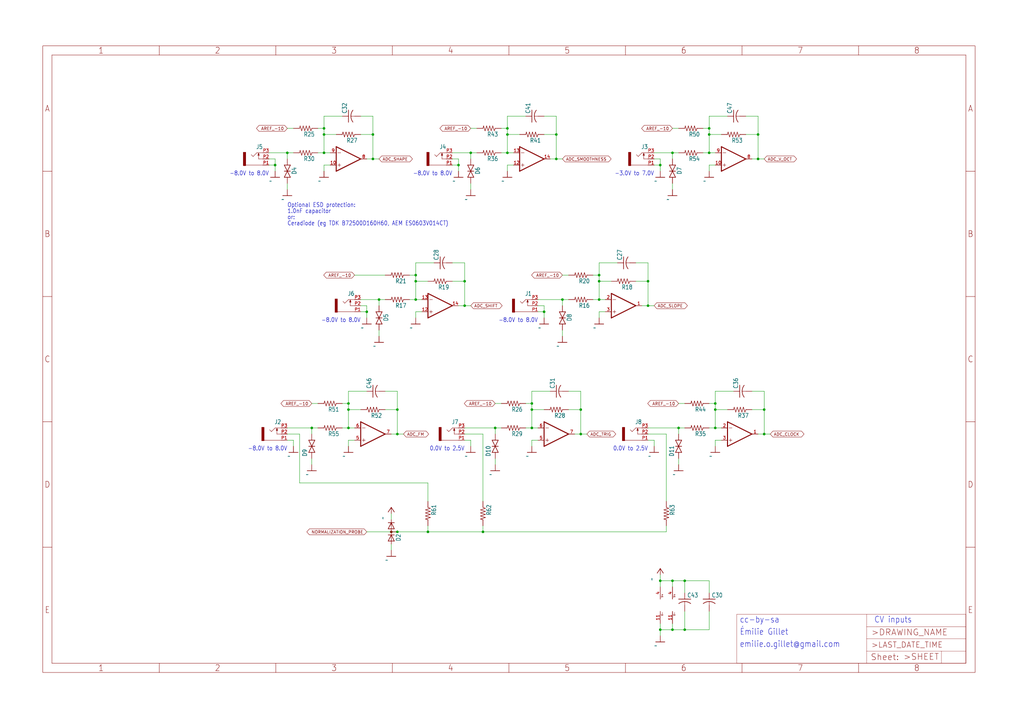
<source format=kicad_sch>
(kicad_sch (version 20211123) (generator eeschema)
  (paper "User" 425.45 299.161)
  (lib_symbols
    (symbol "tides2_v40-eagle-import:+3V3_A" (power)
      (property "Value" "+3V3_A" (at -2.54 -5.08 90))
      (symbol "+3V3_A_1_0"
        (polyline (pts (xy 0 0) (xy -1.27 -1.905)) (stroke (width 0.254)))
        (polyline (pts (xy 1.27 -1.905) (xy 0 0)) (stroke (width 0.254)))
        (pin power_in line (at 0 -2.54 90) (length 2.54) (name "+3V3_A") (number "1"))
      )
    )
    (symbol "tides2_v40-eagle-import:A3L-LOC"
      (symbol "A3L-LOC_0_0"
        (polyline (pts (xy 0 52.07) (xy 3.81 52.07)))
        (polyline (pts (xy 0 104.14) (xy 3.81 104.14)))
        (polyline (pts (xy 0 156.21) (xy 3.81 156.21)))
        (polyline (pts (xy 0 208.28) (xy 3.81 208.28)))
        (polyline (pts (xy 3.81 3.81) (xy 3.81 256.54)))
        (polyline (pts (xy 48.4188 0) (xy 48.4188 3.81)))
        (polyline (pts (xy 48.4188 256.54) (xy 48.4188 260.35)))
        (polyline (pts (xy 96.8375 0) (xy 96.8375 3.81)))
        (polyline (pts (xy 96.8375 256.54) (xy 96.8375 260.35)))
        (polyline (pts (xy 145.2563 0) (xy 145.2563 3.81)))
        (polyline (pts (xy 145.2563 256.54) (xy 145.2563 260.35)))
        (polyline (pts (xy 193.675 0) (xy 193.675 3.81)))
        (polyline (pts (xy 193.675 256.54) (xy 193.675 260.35)))
        (polyline (pts (xy 242.0938 0) (xy 242.0938 3.81)))
        (polyline (pts (xy 242.0938 256.54) (xy 242.0938 260.35)))
        (polyline (pts (xy 290.5125 0) (xy 290.5125 3.81)))
        (polyline (pts (xy 290.5125 256.54) (xy 290.5125 260.35)))
        (polyline (pts (xy 338.9313 0) (xy 338.9313 3.81)))
        (polyline (pts (xy 338.9313 256.54) (xy 338.9313 260.35)))
        (polyline (pts (xy 383.54 3.81) (xy 3.81 3.81)))
        (polyline (pts (xy 383.54 3.81) (xy 383.54 256.54)))
        (polyline (pts (xy 383.54 52.07) (xy 387.35 52.07)))
        (polyline (pts (xy 383.54 104.14) (xy 387.35 104.14)))
        (polyline (pts (xy 383.54 156.21) (xy 387.35 156.21)))
        (polyline (pts (xy 383.54 208.28) (xy 387.35 208.28)))
        (polyline (pts (xy 383.54 256.54) (xy 3.81 256.54)))
        (polyline (pts (xy 0 0) (xy 387.35 0) (xy 387.35 260.35) (xy 0 260.35) (xy 0 0)))
        (text "1" (at 24.2094 1.905 0) (effects (font (size 2.54 2.286))))
        (text "1" (at 24.2094 258.445 0) (effects (font (size 2.54 2.286))))
        (text "2" (at 72.6281 1.905 0) (effects (font (size 2.54 2.286))))
        (text "2" (at 72.6281 258.445 0) (effects (font (size 2.54 2.286))))
        (text "3" (at 121.0469 1.905 0) (effects (font (size 2.54 2.286))))
        (text "3" (at 121.0469 258.445 0) (effects (font (size 2.54 2.286))))
        (text "4" (at 169.4656 1.905 0) (effects (font (size 2.54 2.286))))
        (text "4" (at 169.4656 258.445 0) (effects (font (size 2.54 2.286))))
        (text "5" (at 217.8844 1.905 0) (effects (font (size 2.54 2.286))))
        (text "5" (at 217.8844 258.445 0) (effects (font (size 2.54 2.286))))
        (text "6" (at 266.3031 1.905 0) (effects (font (size 2.54 2.286))))
        (text "6" (at 266.3031 258.445 0) (effects (font (size 2.54 2.286))))
        (text "7" (at 314.7219 1.905 0) (effects (font (size 2.54 2.286))))
        (text "7" (at 314.7219 258.445 0) (effects (font (size 2.54 2.286))))
        (text "8" (at 363.1406 1.905 0) (effects (font (size 2.54 2.286))))
        (text "8" (at 363.1406 258.445 0) (effects (font (size 2.54 2.286))))
        (text "A" (at 1.905 234.315 0) (effects (font (size 2.54 2.286))))
        (text "A" (at 385.445 234.315 0) (effects (font (size 2.54 2.286))))
        (text "B" (at 1.905 182.245 0) (effects (font (size 2.54 2.286))))
        (text "B" (at 385.445 182.245 0) (effects (font (size 2.54 2.286))))
        (text "C" (at 1.905 130.175 0) (effects (font (size 2.54 2.286))))
        (text "C" (at 385.445 130.175 0) (effects (font (size 2.54 2.286))))
        (text "D" (at 1.905 78.105 0) (effects (font (size 2.54 2.286))))
        (text "D" (at 385.445 78.105 0) (effects (font (size 2.54 2.286))))
        (text "E" (at 1.905 26.035 0) (effects (font (size 2.54 2.286))))
        (text "E" (at 385.445 26.035 0) (effects (font (size 2.54 2.286))))
      )
      (symbol "A3L-LOC_1_0"
        (polyline (pts (xy 288.29 3.81) (xy 288.29 24.13)) (stroke (width 0.1016)))
        (polyline (pts (xy 288.29 3.81) (xy 342.265 3.81)) (stroke (width 0.1016)))
        (polyline (pts (xy 288.29 24.13) (xy 342.265 24.13)) (stroke (width 0.1016)))
        (polyline (pts (xy 342.265 3.81) (xy 373.38 3.81)) (stroke (width 0.1016)))
        (polyline (pts (xy 342.265 8.89) (xy 342.265 3.81)) (stroke (width 0.1016)))
        (polyline (pts (xy 342.265 8.89) (xy 342.265 13.97)) (stroke (width 0.1016)))
        (polyline (pts (xy 342.265 13.97) (xy 342.265 19.05)) (stroke (width 0.1016)))
        (polyline (pts (xy 342.265 13.97) (xy 383.54 13.97)) (stroke (width 0.1016)))
        (polyline (pts (xy 342.265 19.05) (xy 342.265 24.13)) (stroke (width 0.1016)))
        (polyline (pts (xy 342.265 19.05) (xy 383.54 19.05)) (stroke (width 0.1016)))
        (polyline (pts (xy 342.265 24.13) (xy 383.54 24.13)) (stroke (width 0.1016)))
        (polyline (pts (xy 373.38 3.81) (xy 373.38 8.89)) (stroke (width 0.1016)))
        (polyline (pts (xy 373.38 3.81) (xy 383.54 3.81)) (stroke (width 0.1016)))
        (polyline (pts (xy 373.38 8.89) (xy 342.265 8.89)) (stroke (width 0.1016)))
        (polyline (pts (xy 373.38 8.89) (xy 383.54 8.89)) (stroke (width 0.1016)))
        (polyline (pts (xy 383.54 3.81) (xy 383.54 8.89)) (stroke (width 0.1016)))
        (polyline (pts (xy 383.54 8.89) (xy 383.54 13.97)) (stroke (width 0.1016)))
        (polyline (pts (xy 383.54 13.97) (xy 383.54 19.05)) (stroke (width 0.1016)))
        (polyline (pts (xy 383.54 19.05) (xy 383.54 24.13)) (stroke (width 0.1016)))
        (text ">DRAWING_NAME" (at 344.17 15.24 0) (effects (font (size 2.54 2.54)) (justify left bottom)))
        (text ">LAST_DATE_TIME" (at 344.17 10.16 0) (effects (font (size 2.286 2.286)) (justify left bottom)))
        (text ">SHEET" (at 357.505 5.08 0) (effects (font (size 2.54 2.54)) (justify left bottom)))
        (text "Sheet:" (at 343.916 4.953 0) (effects (font (size 2.54 2.54)) (justify left bottom)))
      )
    )
    (symbol "tides2_v40-eagle-import:C-USC0402"
      (property "Reference" "C" (at 1.016 0.635 0))
      (property "Value" "C-USC0402" (at 1.016 -4.191 0))
      (symbol "C-USC0402_1_0"
        (arc (start 0 -1.0161) (mid -1.302 -1.2303) (end -2.4668 -1.8504) (stroke (width 0.254)))
        (polyline (pts (xy -2.54 0) (xy 2.54 0)) (stroke (width 0.254)))
        (polyline (pts (xy 0 -1.016) (xy 0 -2.54)) (stroke (width 0.1524)))
        (arc (start 2.4892 -1.8542) (mid 1.3158 -1.2195) (end 0 -1) (stroke (width 0.254)))
        (pin passive line (at 0 2.54 270) (length 2.54) (name "1") (number "1"))
        (pin passive line (at 0 -5.08 90) (length 2.54) (name "2") (number "2"))
      )
    )
    (symbol "tides2_v40-eagle-import:DIODE_2CACA-SOT23"
      (property "Reference" "D" (at 0.762 2.0066 0))
      (property "Value" "DIODE_2CACA-SOT23" (at -4.826 -3.4544 0))
      (symbol "DIODE_2CACA-SOT23_1_0"
        (polyline (pts (xy -3.81 -1.27) (xy -3.81 0)) (stroke (width 0.254)))
        (polyline (pts (xy -3.81 0) (xy -3.81 1.27)) (stroke (width 0.254)))
        (polyline (pts (xy -3.81 0) (xy -1.27 -1.27)) (stroke (width 0.254)))
        (polyline (pts (xy -3.81 0) (xy 1.27 0)) (stroke (width 0.1524)))
        (polyline (pts (xy -2.54 0) (xy -3.81 0)) (stroke (width 0.1524)))
        (polyline (pts (xy -1.27 -1.27) (xy -1.27 1.27)) (stroke (width 0.254)))
        (polyline (pts (xy -1.27 1.27) (xy -3.81 0)) (stroke (width 0.254)))
        (polyline (pts (xy 1.27 -1.27) (xy 1.27 0)) (stroke (width 0.254)))
        (polyline (pts (xy 1.27 0) (xy 1.27 1.27)) (stroke (width 0.254)))
        (polyline (pts (xy 1.27 0) (xy 3.81 -1.27)) (stroke (width 0.254)))
        (polyline (pts (xy 2.54 0) (xy 1.27 0)) (stroke (width 0.1524)))
        (polyline (pts (xy 3.81 -1.27) (xy 3.81 1.27)) (stroke (width 0.254)))
        (polyline (pts (xy 3.81 1.27) (xy 1.27 0)) (stroke (width 0.254)))
        (circle (center 0 0) (radius 0.127) (stroke (width 0.4064)))
        (pin passive line (at 5.08 0 180) (length 2.54) (name "A") (number "1"))
        (pin passive line (at -5.08 0 0) (length 2.54) (name "C") (number "2"))
        (pin passive line (at 0 2.54 270) (length 2.54) (name "AC") (number "3"))
      )
    )
    (symbol "tides2_v40-eagle-import:GND" (power)
      (property "Value" "GND" (at -2.54 -2.54 0))
      (symbol "GND_1_0"
        (polyline (pts (xy -1.905 0) (xy 1.905 0)) (stroke (width 0.254)))
        (pin power_in line (at 0 2.54 270) (length 2.54) (name "GND") (number "1"))
      )
    )
    (symbol "tides2_v40-eagle-import:PJ301_THONKICONN6"
      (property "Reference" "J" (at -2.54 4.064 0))
      (symbol "PJ301_THONKICONN6_1_0"
        (polyline (pts (xy -2.54 -2.54) (xy 4.572 -2.54)) (stroke (width 0.1524)))
        (polyline (pts (xy -2.54 0) (xy -0.762 0)) (stroke (width 0.1524)))
        (polyline (pts (xy -2.54 2.54) (xy 0 2.54)) (stroke (width 0.1524)))
        (polyline (pts (xy -1.016 1.524) (xy -0.508 1.524)) (stroke (width 0.254)))
        (polyline (pts (xy -0.762 0) (xy -0.762 2.286)) (stroke (width 0.1524)))
        (polyline (pts (xy -0.762 2.286) (xy -1.016 1.524)) (stroke (width 0.254)))
        (polyline (pts (xy -0.508 1.524) (xy -0.762 2.286)) (stroke (width 0.254)))
        (polyline (pts (xy 0 2.54) (xy 1.524 1.016)) (stroke (width 0.1524)))
        (polyline (pts (xy 1.524 1.016) (xy 2.286 1.778)) (stroke (width 0.1524)))
        (rectangle (start 4.572 2.794) (end 5.588 -2.794) (fill (type outline)))
        (pin passive line (at -5.08 -2.54 0) (length 2.54) (name "1") (number "P1"))
        (pin passive line (at -5.08 0 0) (length 2.54) (name "2") (number "P2"))
        (pin passive line (at -5.08 2.54 0) (length 2.54) (name "3") (number "P3"))
      )
    )
    (symbol "tides2_v40-eagle-import:R-US_R0402"
      (property "Reference" "R" (at -3.81 1.4986 0))
      (property "Value" "R-US_R0402" (at -3.81 -3.302 0))
      (symbol "R-US_R0402_1_0"
        (polyline (pts (xy -2.54 0) (xy -2.159 1.016)) (stroke (width 0.2032)))
        (polyline (pts (xy -2.159 1.016) (xy -1.524 -1.016)) (stroke (width 0.2032)))
        (polyline (pts (xy -1.524 -1.016) (xy -0.889 1.016)) (stroke (width 0.2032)))
        (polyline (pts (xy -0.889 1.016) (xy -0.254 -1.016)) (stroke (width 0.2032)))
        (polyline (pts (xy -0.254 -1.016) (xy 0.381 1.016)) (stroke (width 0.2032)))
        (polyline (pts (xy 0.381 1.016) (xy 1.016 -1.016)) (stroke (width 0.2032)))
        (polyline (pts (xy 1.016 -1.016) (xy 1.651 1.016)) (stroke (width 0.2032)))
        (polyline (pts (xy 1.651 1.016) (xy 2.286 -1.016)) (stroke (width 0.2032)))
        (polyline (pts (xy 2.286 -1.016) (xy 2.54 0)) (stroke (width 0.2032)))
        (pin passive line (at -5.08 0 0) (length 2.54) (name "1") (number "1"))
        (pin passive line (at 5.08 0 180) (length 2.54) (name "2") (number "2"))
      )
    )
    (symbol "tides2_v40-eagle-import:TL074PW"
      (symbol "TL074PW_1_0"
        (polyline (pts (xy -5.08 -5.08) (xy 5.08 0)) (stroke (width 0.4064)))
        (polyline (pts (xy -5.08 5.08) (xy -5.08 -5.08)) (stroke (width 0.4064)))
        (polyline (pts (xy -4.445 -2.54) (xy -3.175 -2.54)) (stroke (width 0.1524)))
        (polyline (pts (xy -4.445 2.54) (xy -3.175 2.54)) (stroke (width 0.1524)))
        (polyline (pts (xy -3.81 3.175) (xy -3.81 1.905)) (stroke (width 0.1524)))
        (polyline (pts (xy 5.08 0) (xy -5.08 5.08)) (stroke (width 0.4064)))
        (pin output line (at 7.62 0 180) (length 2.54) (name "OUT") (number "1"))
        (pin input line (at -7.62 -2.54 0) (length 2.54) (name "-IN") (number "2"))
        (pin input line (at -7.62 2.54 0) (length 2.54) (name "+IN") (number "3"))
      )
      (symbol "TL074PW_2_0"
        (polyline (pts (xy -5.08 -5.08) (xy 5.08 0)) (stroke (width 0.4064)))
        (polyline (pts (xy -5.08 5.08) (xy -5.08 -5.08)) (stroke (width 0.4064)))
        (polyline (pts (xy -4.445 -2.54) (xy -3.175 -2.54)) (stroke (width 0.1524)))
        (polyline (pts (xy -4.445 2.54) (xy -3.175 2.54)) (stroke (width 0.1524)))
        (polyline (pts (xy -3.81 3.175) (xy -3.81 1.905)) (stroke (width 0.1524)))
        (polyline (pts (xy 5.08 0) (xy -5.08 5.08)) (stroke (width 0.4064)))
        (pin input line (at -7.62 2.54 0) (length 2.54) (name "+IN") (number "5"))
        (pin input line (at -7.62 -2.54 0) (length 2.54) (name "-IN") (number "6"))
        (pin output line (at 7.62 0 180) (length 2.54) (name "OUT") (number "7"))
      )
      (symbol "TL074PW_3_0"
        (polyline (pts (xy -5.08 -5.08) (xy 5.08 0)) (stroke (width 0.4064)))
        (polyline (pts (xy -5.08 5.08) (xy -5.08 -5.08)) (stroke (width 0.4064)))
        (polyline (pts (xy -4.445 -2.54) (xy -3.175 -2.54)) (stroke (width 0.1524)))
        (polyline (pts (xy -4.445 2.54) (xy -3.175 2.54)) (stroke (width 0.1524)))
        (polyline (pts (xy -3.81 3.175) (xy -3.81 1.905)) (stroke (width 0.1524)))
        (polyline (pts (xy 5.08 0) (xy -5.08 5.08)) (stroke (width 0.4064)))
        (pin input line (at -7.62 2.54 0) (length 2.54) (name "+IN") (number "10"))
        (pin output line (at 7.62 0 180) (length 2.54) (name "OUT") (number "8"))
        (pin input line (at -7.62 -2.54 0) (length 2.54) (name "-IN") (number "9"))
      )
      (symbol "TL074PW_4_0"
        (polyline (pts (xy -5.08 -5.08) (xy 5.08 0)) (stroke (width 0.4064)))
        (polyline (pts (xy -5.08 5.08) (xy -5.08 -5.08)) (stroke (width 0.4064)))
        (polyline (pts (xy -4.445 -2.54) (xy -3.175 -2.54)) (stroke (width 0.1524)))
        (polyline (pts (xy -4.445 2.54) (xy -3.175 2.54)) (stroke (width 0.1524)))
        (polyline (pts (xy -3.81 3.175) (xy -3.81 1.905)) (stroke (width 0.1524)))
        (polyline (pts (xy 5.08 0) (xy -5.08 5.08)) (stroke (width 0.4064)))
        (pin input line (at -7.62 2.54 0) (length 2.54) (name "+IN") (number "12"))
        (pin input line (at -7.62 -2.54 0) (length 2.54) (name "-IN") (number "13"))
        (pin output line (at 7.62 0 180) (length 2.54) (name "OUT") (number "14"))
      )
      (symbol "TL074PW_5_0"
        (text "V+" (at 1.27 3.175 900) (effects (font (size 0.8128 0.6908)) (justify left bottom)))
        (text "V-" (at 1.27 -4.445 900) (effects (font (size 0.8128 0.6908)) (justify left bottom)))
        (pin power_in line (at 0 -7.62 90) (length 5.08) (name "V-") (number "11"))
        (pin power_in line (at 0 7.62 270) (length 5.08) (name "V+") (number "4"))
      )
    )
    (symbol "tides2_v40-eagle-import:TVS"
      (property "Reference" "D" (at -4.318 1.905 0))
      (property "Value" "TVS" (at -4.318 -3.429 0))
      (symbol "TVS_1_0"
        (polyline (pts (xy -2.54 -1.27) (xy 0 0)) (stroke (width 0.254)))
        (polyline (pts (xy -2.54 1.27) (xy -2.54 -1.27)) (stroke (width 0.254)))
        (polyline (pts (xy 0 0) (xy -2.54 1.27)) (stroke (width 0.254)))
        (polyline (pts (xy 0 0) (xy 2.54 -1.27)) (stroke (width 0.254)))
        (polyline (pts (xy 0 1.27) (xy 0 -1.27)) (stroke (width 0.254)))
        (polyline (pts (xy 2.54 -1.27) (xy 2.54 1.27)) (stroke (width 0.254)))
        (polyline (pts (xy 2.54 1.27) (xy 0 0)) (stroke (width 0.254)))
        (pin passive line (at -5.08 0 0) (length 2.54) (name "A") (number "1"))
        (pin passive line (at 5.08 0 180) (length 2.54) (name "C") (number "2"))
      )
    )
  )
  (junction (at 144.78 177.8))
  (junction (at 134.62 63.5))
  (junction (at 317.5 170.18))
  (junction (at 284.48 261.62))
  (junction (at 144.78 167.64))
  (junction (at 193.04 127))
  (junction (at 195.58 63.5))
  (junction (at 220.98 177.8))
  (junction (at 205.74 177.8))
  (junction (at 190.5 68.58))
  (junction (at 134.62 55.88))
  (junction (at 248.92 116.84))
  (junction (at 274.32 241.3))
  (junction (at 274.32 261.62))
  (junction (at 165.1 180.34))
  (junction (at 119.38 63.5))
  (junction (at 269.24 116.84))
  (junction (at 134.62 53.34))
  (junction (at 210.82 63.5))
  (junction (at 248.92 124.46))
  (junction (at 114.3 68.58))
  (junction (at 231.14 66.04))
  (junction (at 314.96 55.88))
  (junction (at 281.94 177.8))
  (junction (at 269.24 127))
  (junction (at 297.18 177.8))
  (junction (at 220.98 167.64))
  (junction (at 157.48 124.46))
  (junction (at 193.04 116.84))
  (junction (at 284.48 241.3))
  (junction (at 154.94 55.88))
  (junction (at 210.82 55.88))
  (junction (at 274.32 68.58))
  (junction (at 279.4 261.62))
  (junction (at 144.78 170.18))
  (junction (at 129.54 177.8))
  (junction (at 233.68 124.46))
  (junction (at 231.14 55.88))
  (junction (at 317.5 180.34))
  (junction (at 154.94 66.04))
  (junction (at 210.82 53.34))
  (junction (at 279.4 241.3))
  (junction (at 177.8 220.98))
  (junction (at 172.72 116.84))
  (junction (at 248.92 114.3))
  (junction (at 241.3 170.18))
  (junction (at 165.1 220.98))
  (junction (at 294.64 53.34))
  (junction (at 297.18 170.18))
  (junction (at 220.98 170.18))
  (junction (at 297.18 167.64))
  (junction (at 226.06 129.54))
  (junction (at 294.64 63.5))
  (junction (at 200.66 220.98))
  (junction (at 314.96 66.04))
  (junction (at 241.3 180.34))
  (junction (at 152.4 129.54))
  (junction (at 294.64 55.88))
  (junction (at 279.4 63.5))
  (junction (at 172.72 114.3))
  (junction (at 172.72 124.46))
  (junction (at 165.1 170.18))
  (wire (pts (xy 154.94 66.04) (xy 152.4 66.04)))
  (wire (pts (xy 190.5 68.58) (xy 190.5 71.12)))
  (wire (pts (xy 200.66 180.34) (xy 200.66 208.28)))
  (wire (pts (xy 165.1 162.56) (xy 165.1 170.18)))
  (wire (pts (xy 274.32 261.62) (xy 274.32 264.16)))
  (wire (pts (xy 274.32 241.3) (xy 274.32 238.76)))
  (wire (pts (xy 119.38 182.88) (xy 121.92 182.88)))
  (wire (pts (xy 276.86 220.98) (xy 276.86 218.44)))
  (wire (pts (xy 231.14 55.88) (xy 231.14 66.04)))
  (wire (pts (xy 210.82 53.34) (xy 210.82 55.88)))
  (wire (pts (xy 205.74 190.5) (xy 205.74 193.04)))
  (wire (pts (xy 160.02 162.56) (xy 165.1 162.56)))
  (wire (pts (xy 119.38 76.2) (xy 119.38 78.74)))
  (wire (pts (xy 279.4 241.3) (xy 284.48 241.3)))
  (wire (pts (xy 213.36 68.58) (xy 210.82 68.58)))
  (wire (pts (xy 248.92 124.46) (xy 251.46 124.46)))
  (wire (pts (xy 228.6 162.56) (xy 220.98 162.56)))
  (wire (pts (xy 111.76 63.5) (xy 119.38 63.5)))
  (wire (pts (xy 317.5 180.34) (xy 320.04 180.34)))
  (wire (pts (xy 157.48 124.46) (xy 157.48 127)))
  (wire (pts (xy 177.8 200.66) (xy 177.8 208.28)))
  (wire (pts (xy 200.66 220.98) (xy 177.8 220.98)))
  (wire (pts (xy 132.08 63.5) (xy 134.62 63.5)))
  (wire (pts (xy 241.3 170.18) (xy 241.3 180.34)))
  (wire (pts (xy 210.82 63.5) (xy 213.36 63.5)))
  (wire (pts (xy 134.62 48.26) (xy 134.62 53.34)))
  (wire (pts (xy 147.32 182.88) (xy 144.78 182.88)))
  (wire (pts (xy 149.86 48.26) (xy 154.94 48.26)))
  (wire (pts (xy 279.4 76.2) (xy 279.4 78.74)))
  (wire (pts (xy 294.64 63.5) (xy 297.18 63.5)))
  (wire (pts (xy 195.58 66.04) (xy 195.58 63.5)))
  (wire (pts (xy 208.28 63.5) (xy 210.82 63.5)))
  (wire (pts (xy 195.58 182.88) (xy 195.58 185.42)))
  (wire (pts (xy 231.14 48.26) (xy 231.14 55.88)))
  (wire (pts (xy 292.1 53.34) (xy 294.64 53.34)))
  (wire (pts (xy 200.66 220.98) (xy 276.86 220.98)))
  (wire (pts (xy 134.62 53.34) (xy 134.62 55.88)))
  (wire (pts (xy 193.04 127) (xy 190.5 127)))
  (wire (pts (xy 137.16 68.58) (xy 134.62 68.58)))
  (wire (pts (xy 144.78 177.8) (xy 147.32 177.8)))
  (wire (pts (xy 200.66 218.44) (xy 200.66 220.98)))
  (wire (pts (xy 223.52 129.54) (xy 226.06 129.54)))
  (wire (pts (xy 187.96 66.04) (xy 190.5 66.04)))
  (wire (pts (xy 220.98 162.56) (xy 220.98 167.64)))
  (wire (pts (xy 269.24 182.88) (xy 271.78 182.88)))
  (wire (pts (xy 297.18 177.8) (xy 299.72 177.8)))
  (wire (pts (xy 236.22 162.56) (xy 241.3 162.56)))
  (wire (pts (xy 157.48 137.16) (xy 157.48 139.7)))
  (wire (pts (xy 294.64 167.64) (xy 297.18 167.64)))
  (wire (pts (xy 233.68 124.46) (xy 233.68 127)))
  (wire (pts (xy 276.86 180.34) (xy 276.86 208.28)))
  (wire (pts (xy 297.18 167.64) (xy 297.18 170.18)))
  (wire (pts (xy 165.1 170.18) (xy 165.1 180.34)))
  (wire (pts (xy 210.82 55.88) (xy 210.82 63.5)))
  (wire (pts (xy 187.96 63.5) (xy 195.58 63.5)))
  (wire (pts (xy 218.44 177.8) (xy 220.98 177.8)))
  (wire (pts (xy 144.78 170.18) (xy 144.78 177.8)))
  (wire (pts (xy 269.24 177.8) (xy 281.94 177.8)))
  (wire (pts (xy 121.92 53.34) (xy 119.38 53.34)))
  (wire (pts (xy 170.18 114.3) (xy 172.72 114.3)))
  (wire (pts (xy 193.04 180.34) (xy 200.66 180.34)))
  (wire (pts (xy 314.96 66.04) (xy 312.42 66.04)))
  (wire (pts (xy 160.02 114.3) (xy 147.32 114.3)))
  (wire (pts (xy 274.32 259.08) (xy 274.32 261.62)))
  (wire (pts (xy 177.8 116.84) (xy 172.72 116.84)))
  (wire (pts (xy 175.26 129.54) (xy 172.72 129.54)))
  (wire (pts (xy 157.48 124.46) (xy 160.02 124.46)))
  (wire (pts (xy 299.72 55.88) (xy 294.64 55.88)))
  (wire (pts (xy 193.04 127) (xy 195.58 127)))
  (wire (pts (xy 226.06 129.54) (xy 226.06 132.08)))
  (wire (pts (xy 162.56 226.06) (xy 162.56 228.6)))
  (wire (pts (xy 256.54 109.22) (xy 248.92 109.22)))
  (wire (pts (xy 266.7 127) (xy 269.24 127)))
  (wire (pts (xy 129.54 177.8) (xy 132.08 177.8)))
  (wire (pts (xy 223.52 127) (xy 226.06 127)))
  (wire (pts (xy 269.24 180.34) (xy 276.86 180.34)))
  (wire (pts (xy 223.52 124.46) (xy 233.68 124.46)))
  (wire (pts (xy 129.54 180.34) (xy 129.54 177.8)))
  (wire (pts (xy 177.8 218.44) (xy 177.8 220.98)))
  (wire (pts (xy 233.68 137.16) (xy 233.68 139.7)))
  (wire (pts (xy 251.46 129.54) (xy 248.92 129.54)))
  (wire (pts (xy 193.04 116.84) (xy 193.04 127)))
  (wire (pts (xy 154.94 66.04) (xy 157.48 66.04)))
  (wire (pts (xy 193.04 109.22) (xy 193.04 116.84)))
  (wire (pts (xy 119.38 63.5) (xy 121.92 63.5)))
  (wire (pts (xy 269.24 116.84) (xy 269.24 127)))
  (wire (pts (xy 284.48 241.3) (xy 294.64 241.3)))
  (wire (pts (xy 223.52 182.88) (xy 220.98 182.88)))
  (wire (pts (xy 220.98 182.88) (xy 220.98 185.42)))
  (wire (pts (xy 274.32 68.58) (xy 274.32 71.12)))
  (wire (pts (xy 226.06 55.88) (xy 231.14 55.88)))
  (wire (pts (xy 233.68 124.46) (xy 236.22 124.46)))
  (wire (pts (xy 142.24 177.8) (xy 144.78 177.8)))
  (wire (pts (xy 119.38 180.34) (xy 124.46 180.34)))
  (wire (pts (xy 246.38 114.3) (xy 248.92 114.3)))
  (wire (pts (xy 297.18 68.58) (xy 294.64 68.58)))
  (wire (pts (xy 304.8 162.56) (xy 297.18 162.56)))
  (wire (pts (xy 241.3 162.56) (xy 241.3 170.18)))
  (wire (pts (xy 279.4 63.5) (xy 281.94 63.5)))
  (wire (pts (xy 152.4 162.56) (xy 144.78 162.56)))
  (wire (pts (xy 195.58 76.2) (xy 195.58 78.74)))
  (wire (pts (xy 119.38 66.04) (xy 119.38 63.5)))
  (wire (pts (xy 187.96 68.58) (xy 190.5 68.58)))
  (wire (pts (xy 226.06 127) (xy 226.06 129.54)))
  (wire (pts (xy 195.58 63.5) (xy 198.12 63.5)))
  (wire (pts (xy 226.06 48.26) (xy 231.14 48.26)))
  (wire (pts (xy 314.96 66.04) (xy 317.5 66.04)))
  (wire (pts (xy 269.24 109.22) (xy 269.24 116.84)))
  (wire (pts (xy 193.04 182.88) (xy 195.58 182.88)))
  (wire (pts (xy 165.1 220.98) (xy 177.8 220.98)))
  (wire (pts (xy 317.5 170.18) (xy 317.5 180.34)))
  (wire (pts (xy 274.32 261.62) (xy 279.4 261.62)))
  (wire (pts (xy 121.92 182.88) (xy 121.92 185.42)))
  (wire (pts (xy 220.98 177.8) (xy 223.52 177.8)))
  (wire (pts (xy 309.88 55.88) (xy 314.96 55.88)))
  (wire (pts (xy 172.72 114.3) (xy 172.72 116.84)))
  (wire (pts (xy 198.12 53.34) (xy 195.58 53.34)))
  (wire (pts (xy 218.44 167.64) (xy 220.98 167.64)))
  (wire (pts (xy 294.64 48.26) (xy 294.64 53.34)))
  (wire (pts (xy 279.4 66.04) (xy 279.4 63.5)))
  (wire (pts (xy 279.4 243.84) (xy 279.4 241.3)))
  (wire (pts (xy 279.4 261.62) (xy 284.48 261.62)))
  (wire (pts (xy 152.4 129.54) (xy 152.4 132.08)))
  (wire (pts (xy 292.1 63.5) (xy 294.64 63.5)))
  (wire (pts (xy 269.24 127) (xy 271.78 127)))
  (wire (pts (xy 264.16 109.22) (xy 269.24 109.22)))
  (wire (pts (xy 119.38 177.8) (xy 129.54 177.8)))
  (wire (pts (xy 241.3 180.34) (xy 243.84 180.34)))
  (wire (pts (xy 279.4 259.08) (xy 279.4 261.62)))
  (wire (pts (xy 294.64 261.62) (xy 294.64 254)))
  (wire (pts (xy 152.4 127) (xy 152.4 129.54)))
  (wire (pts (xy 154.94 55.88) (xy 154.94 66.04)))
  (wire (pts (xy 149.86 127) (xy 152.4 127)))
  (wire (pts (xy 165.1 220.98) (xy 152.4 220.98)))
  (wire (pts (xy 210.82 68.58) (xy 210.82 71.12)))
  (wire (pts (xy 111.76 66.04) (xy 114.3 66.04)))
  (wire (pts (xy 284.48 261.62) (xy 294.64 261.62)))
  (wire (pts (xy 111.76 68.58) (xy 114.3 68.58)))
  (wire (pts (xy 170.18 124.46) (xy 172.72 124.46)))
  (wire (pts (xy 284.48 261.62) (xy 284.48 254)))
  (wire (pts (xy 210.82 48.26) (xy 210.82 53.34)))
  (wire (pts (xy 142.24 167.64) (xy 144.78 167.64)))
  (wire (pts (xy 281.94 177.8) (xy 281.94 180.34)))
  (wire (pts (xy 297.18 170.18) (xy 297.18 177.8)))
  (wire (pts (xy 297.18 182.88) (xy 297.18 185.42)))
  (wire (pts (xy 314.96 55.88) (xy 314.96 66.04)))
  (wire (pts (xy 294.64 177.8) (xy 297.18 177.8)))
  (wire (pts (xy 132.08 53.34) (xy 134.62 53.34)))
  (wire (pts (xy 165.1 180.34) (xy 167.64 180.34)))
  (wire (pts (xy 114.3 66.04) (xy 114.3 68.58)))
  (wire (pts (xy 312.42 170.18) (xy 317.5 170.18)))
  (wire (pts (xy 294.64 53.34) (xy 294.64 55.88)))
  (wire (pts (xy 180.34 109.22) (xy 172.72 109.22)))
  (wire (pts (xy 236.22 170.18) (xy 241.3 170.18)))
  (wire (pts (xy 231.14 66.04) (xy 233.68 66.04)))
  (wire (pts (xy 172.72 129.54) (xy 172.72 132.08)))
  (wire (pts (xy 149.86 170.18) (xy 144.78 170.18)))
  (wire (pts (xy 274.32 241.3) (xy 279.4 241.3)))
  (wire (pts (xy 294.64 55.88) (xy 294.64 63.5)))
  (wire (pts (xy 160.02 170.18) (xy 165.1 170.18)))
  (wire (pts (xy 139.7 55.88) (xy 134.62 55.88)))
  (wire (pts (xy 129.54 190.5) (xy 129.54 193.04)))
  (wire (pts (xy 172.72 124.46) (xy 175.26 124.46)))
  (wire (pts (xy 162.56 215.9) (xy 162.56 213.36)))
  (wire (pts (xy 248.92 114.3) (xy 248.92 116.84)))
  (wire (pts (xy 312.42 162.56) (xy 317.5 162.56)))
  (wire (pts (xy 294.64 241.3) (xy 294.64 246.38)))
  (wire (pts (xy 172.72 109.22) (xy 172.72 114.3)))
  (wire (pts (xy 172.72 116.84) (xy 172.72 124.46)))
  (wire (pts (xy 231.14 66.04) (xy 228.6 66.04)))
  (wire (pts (xy 299.72 182.88) (xy 297.18 182.88)))
  (wire (pts (xy 149.86 129.54) (xy 152.4 129.54)))
  (wire (pts (xy 208.28 53.34) (xy 210.82 53.34)))
  (wire (pts (xy 314.96 48.26) (xy 314.96 55.88)))
  (wire (pts (xy 149.86 124.46) (xy 157.48 124.46)))
  (wire (pts (xy 284.48 167.64) (xy 281.94 167.64)))
  (wire (pts (xy 218.44 48.26) (xy 210.82 48.26)))
  (wire (pts (xy 271.78 66.04) (xy 274.32 66.04)))
  (wire (pts (xy 142.24 48.26) (xy 134.62 48.26)))
  (wire (pts (xy 294.64 68.58) (xy 294.64 71.12)))
  (wire (pts (xy 144.78 167.64) (xy 144.78 170.18)))
  (wire (pts (xy 248.92 129.54) (xy 248.92 132.08)))
  (wire (pts (xy 226.06 170.18) (xy 220.98 170.18)))
  (wire (pts (xy 284.48 177.8) (xy 281.94 177.8)))
  (wire (pts (xy 281.94 53.34) (xy 279.4 53.34)))
  (wire (pts (xy 274.32 66.04) (xy 274.32 68.58)))
  (wire (pts (xy 220.98 170.18) (xy 220.98 177.8)))
  (wire (pts (xy 144.78 162.56) (xy 144.78 167.64)))
  (wire (pts (xy 193.04 177.8) (xy 205.74 177.8)))
  (wire (pts (xy 134.62 68.58) (xy 134.62 71.12)))
  (wire (pts (xy 271.78 68.58) (xy 274.32 68.58)))
  (wire (pts (xy 190.5 66.04) (xy 190.5 68.58)))
  (wire (pts (xy 274.32 243.84) (xy 274.32 241.3)))
  (wire (pts (xy 149.86 55.88) (xy 154.94 55.88)))
  (wire (pts (xy 297.18 162.56) (xy 297.18 167.64)))
  (wire (pts (xy 271.78 182.88) (xy 271.78 185.42)))
  (wire (pts (xy 302.26 48.26) (xy 294.64 48.26)))
  (wire (pts (xy 271.78 63.5) (xy 279.4 63.5)))
  (wire (pts (xy 144.78 182.88) (xy 144.78 185.42)))
  (wire (pts (xy 205.74 180.34) (xy 205.74 177.8)))
  (wire (pts (xy 208.28 167.64) (xy 205.74 167.64)))
  (wire (pts (xy 309.88 48.26) (xy 314.96 48.26)))
  (wire (pts (xy 317.5 180.34) (xy 314.96 180.34)))
  (wire (pts (xy 281.94 190.5) (xy 281.94 193.04)))
  (wire (pts (xy 248.92 116.84) (xy 248.92 124.46)))
  (wire (pts (xy 284.48 241.3) (xy 284.48 246.38)))
  (wire (pts (xy 302.26 170.18) (xy 297.18 170.18)))
  (wire (pts (xy 264.16 116.84) (xy 269.24 116.84)))
  (wire (pts (xy 241.3 180.34) (xy 238.76 180.34)))
  (wire (pts (xy 246.38 124.46) (xy 248.92 124.46)))
  (wire (pts (xy 187.96 116.84) (xy 193.04 116.84)))
  (wire (pts (xy 154.94 48.26) (xy 154.94 55.88)))
  (wire (pts (xy 205.74 177.8) (xy 208.28 177.8)))
  (wire (pts (xy 134.62 55.88) (xy 134.62 63.5)))
  (wire (pts (xy 124.46 200.66) (xy 124.46 180.34)))
  (wire (pts (xy 134.62 63.5) (xy 137.16 63.5)))
  (wire (pts (xy 114.3 68.58) (xy 114.3 71.12)))
  (wire (pts (xy 220.98 167.64) (xy 220.98 170.18)))
  (wire (pts (xy 132.08 167.64) (xy 129.54 167.64)))
  (wire (pts (xy 124.46 200.66) (xy 177.8 200.66)))
  (wire (pts (xy 165.1 180.34) (xy 162.56 180.34)))
  (wire (pts (xy 236.22 114.3) (xy 233.68 114.3)))
  (wire (pts (xy 317.5 162.56) (xy 317.5 170.18)))
  (wire (pts (xy 248.92 109.22) (xy 248.92 114.3)))
  (wire (pts (xy 254 116.84) (xy 248.92 116.84)))
  (wire (pts (xy 215.9 55.88) (xy 210.82 55.88)))
  (wire (pts (xy 187.96 109.22) (xy 193.04 109.22)))
  (text "-8.0V to 8.0V" (at 119.38 185.42 180) (effects (font (size 1.778 1.5113)) (justify right top)))
  (text "0.0V to 2.5V" (at 193.04 185.42 180) (effects (font (size 1.778 1.5113)) (justify right top)))
  (text "-8.0V to 8.0V" (at 187.96 71.12 180) (effects (font (size 1.778 1.5113)) (justify right top)))
  (text "CV inputs" (at 363.22 259.08 180) (effects (font (size 2.54 2.159)) (justify left bottom)))
  (text "-8.0V to 8.0V" (at 149.86 132.08 180) (effects (font (size 1.778 1.5113)) (justify right top)))
  (text "cc-by-sa" (at 307.34 259.08 180) (effects (font (size 2.54 2.159)) (justify left bottom)))
  (text "-8.0V to 8.0V" (at 111.76 71.12 180) (effects (font (size 1.778 1.5113)) (justify right top)))
  (text "Optional ESD protection:" (at 119.38 86.36 180) (effects (font (size 1.778 1.5113)) (justify left bottom)))
  (text "1.0nF capacitor" (at 119.38 88.9 180) (effects (font (size 1.778 1.5113)) (justify left bottom)))
  (text "Ceradiode (eg TDK B72500D160H60, AEM ES0603V014CT)" (at 119.38 93.98 0) (effects (font (size 1.778 1.5113)) (justify left bottom)))
  (text "-8.0V to 8.0V" (at 223.52 132.08 180) (effects (font (size 1.778 1.5113)) (justify right top)))
  (text "Émilie Gillet" (at 307.34 264.16 180) (effects (font (size 2.54 2.159)) (justify left bottom)))
  (text "-3.0V to 7.0V" (at 271.78 71.12 180) (effects (font (size 1.778 1.5113)) (justify right top)))
  (text "or:" (at 119.38 91.44 180) (effects (font (size 1.778 1.5113)) (justify left bottom)))
  (text "emilie.o.gillet@gmail.com" (at 307.34 269.24 180) (effects (font (size 2.54 2.159)) (justify left bottom)))
  (text "0.0V to 2.5V" (at 269.24 185.42 180) (effects (font (size 1.778 1.5113)) (justify right top)))
  (global_label "ADC_SHIFT" (shape bidirectional) (at 195.58 127 0) (effects (font (size 1.2446 1.2446))) (property "Intersheet References" "${INTERSHEET_REFS}" (effects hide)))
  (global_label "AREF_-10" (shape bidirectional) (at 195.58 53.34 180) (effects (font (size 1.2446 1.2446))) (property "Intersheet References" "${INTERSHEET_REFS}" (effects hide)))
  (global_label "AREF_-10" (shape bidirectional) (at 129.54 167.64 180) (effects (font (size 1.2446 1.2446))) (property "Intersheet References" "${INTERSHEET_REFS}" (effects hide)))
  (global_label "ADC_SMOOTHNESS" (shape bidirectional) (at 233.68 66.04 0) (effects (font (size 1.2446 1.2446))) (property "Intersheet References" "${INTERSHEET_REFS}" (effects hide)))
  (global_label "AREF_-10" (shape bidirectional) (at 233.68 114.3 180) (effects (font (size 1.2446 1.2446))) (property "Intersheet References" "${INTERSHEET_REFS}" (effects hide)))
  (global_label "AREF_-10" (shape bidirectional) (at 119.38 53.34 180) (effects (font (size 1.2446 1.2446))) (property "Intersheet References" "${INTERSHEET_REFS}" (effects hide)))
  (global_label "AREF_-10" (shape bidirectional) (at 205.74 167.64 180) (effects (font (size 1.2446 1.2446))) (property "Intersheet References" "${INTERSHEET_REFS}" (effects hide)))
  (global_label "AREF_-10" (shape bidirectional) (at 279.4 53.34 180) (effects (font (size 1.2446 1.2446))) (property "Intersheet References" "${INTERSHEET_REFS}" (effects hide)))
  (global_label "ADC_FM" (shape bidirectional) (at 167.64 180.34 0) (effects (font (size 1.2446 1.2446))) (property "Intersheet References" "${INTERSHEET_REFS}" (effects hide)))
  (global_label "AREF_-10" (shape bidirectional) (at 281.94 167.64 180) (effects (font (size 1.2446 1.2446))) (property "Intersheet References" "${INTERSHEET_REFS}" (effects hide)))
  (global_label "ADC_CLOCK" (shape bidirectional) (at 320.04 180.34 0) (effects (font (size 1.2446 1.2446))) (property "Intersheet References" "${INTERSHEET_REFS}" (effects hide)))
  (global_label "ADC_SHAPE" (shape bidirectional) (at 157.48 66.04 0) (effects (font (size 1.2446 1.2446))) (property "Intersheet References" "${INTERSHEET_REFS}" (effects hide)))
  (global_label "ADC_SLOPE" (shape bidirectional) (at 271.78 127 0) (effects (font (size 1.2446 1.2446))) (property "Intersheet References" "${INTERSHEET_REFS}" (effects hide)))
  (global_label "ADC_TRIG" (shape bidirectional) (at 243.84 180.34 0) (effects (font (size 1.2446 1.2446))) (property "Intersheet References" "${INTERSHEET_REFS}" (effects hide)))
  (global_label "NORMALIZATION_PROBE" (shape bidirectional) (at 152.4 220.98 180) (effects (font (size 1.2446 1.2446))) (property "Intersheet References" "${INTERSHEET_REFS}" (effects hide)))
  (global_label "AREF_-10" (shape bidirectional) (at 147.32 114.3 180) (effects (font (size 1.2446 1.2446))) (property "Intersheet References" "${INTERSHEET_REFS}" (effects hide)))
  (global_label "ADC_V_OCT" (shape bidirectional) (at 317.5 66.04 0) (effects (font (size 1.2446 1.2446))) (property "Intersheet References" "${INTERSHEET_REFS}" (effects hide)))
  (symbol (lib_id "tides2_v40-eagle-import:R-US_R0402") (at 127 53.34 180) (unit 1)
    (property "Reference" "R25" (at 130.81 54.8386 0) (effects (font (size 1.778 1.5113)) (justify left bottom)))
  )
  (symbol (lib_id "tides2_v40-eagle-import:TL074PW") (at 231.14 180.34 0) (mirror x) (unit 2)
    (property "Reference" "IC6" (effects hide))
  )
  (symbol (lib_id "tides2_v40-eagle-import:R-US_R0402") (at 213.36 177.8 180) (unit 1)
    (property "Reference" "R29" (at 217.17 179.2986 0) (effects (font (size 1.778 1.5113)) (justify left bottom)))
  )
  (symbol (lib_id "tides2_v40-eagle-import:R-US_R0402") (at 137.16 167.64 180) (unit 1)
    (property "Reference" "R51" (at 140.97 169.1386 0) (effects (font (size 1.778 1.5113)) (justify left bottom)))
  )
  (symbol (lib_id "tides2_v40-eagle-import:R-US_R0402") (at 276.86 213.36 270) (unit 1)
    (property "Reference" "R63" (at 278.3586 209.55 0) (effects (font (size 1.778 1.5113)) (justify left bottom)))
  )
  (symbol (lib_id "tides2_v40-eagle-import:TVS") (at 119.38 71.12 90) (unit 1)
    (property "Reference" "D4" (at 121.285 69.342 0) (effects (font (size 1.778 1.5113)) (justify right top)))
  )
  (symbol (lib_id "tides2_v40-eagle-import:C-USC0402") (at 304.8 48.26 90) (unit 1)
    (property "Reference" "C47" (at 304.165 47.244 0) (effects (font (size 1.778 1.5113)) (justify left bottom)))
  )
  (symbol (lib_id "tides2_v40-eagle-import:GND") (at 220.98 187.96 0) (unit 1)
    (property "Reference" "#GND33" (effects hide))
  )
  (symbol (lib_id "tides2_v40-eagle-import:R-US_R0402") (at 182.88 116.84 180) (unit 1)
    (property "Reference" "R19" (at 186.69 118.3386 0) (effects (font (size 1.778 1.5113)) (justify left bottom)))
  )
  (symbol (lib_id "tides2_v40-eagle-import:+3V3_A") (at 274.32 236.22 0) (unit 1)
    (property "Reference" "#+3V18" (effects hide))
  )
  (symbol (lib_id "tides2_v40-eagle-import:R-US_R0402") (at 259.08 116.84 180) (unit 1)
    (property "Reference" "R18" (at 262.89 118.3386 0) (effects (font (size 1.778 1.5113)) (justify left bottom)))
  )
  (symbol (lib_id "tides2_v40-eagle-import:C-USC0402") (at 144.78 48.26 90) (unit 1)
    (property "Reference" "C32" (at 144.145 47.244 0) (effects (font (size 1.778 1.5113)) (justify left bottom)))
  )
  (symbol (lib_id "tides2_v40-eagle-import:DIODE_2CACA-SOT23") (at 162.56 220.98 270) (unit 1)
    (property "Reference" "D2" (at 164.5666 221.742 0) (effects (font (size 1.778 1.5113)) (justify left bottom)))
  )
  (symbol (lib_id "tides2_v40-eagle-import:PJ301_THONKICONN6") (at 187.96 180.34 0) (mirror y) (unit 1)
    (property "Reference" "J7" (at 190.5 176.276 0) (effects (font (size 1.778 1.5113)) (justify left bottom)))
  )
  (symbol (lib_id "tides2_v40-eagle-import:R-US_R0402") (at 220.98 55.88 180) (unit 1)
    (property "Reference" "R41" (at 224.79 57.3786 0) (effects (font (size 1.778 1.5113)) (justify left bottom)))
  )
  (symbol (lib_id "tides2_v40-eagle-import:GND") (at 144.78 187.96 0) (unit 1)
    (property "Reference" "#GND31" (effects hide))
  )
  (symbol (lib_id "tides2_v40-eagle-import:PJ301_THONKICONN6") (at 264.16 180.34 0) (mirror y) (unit 1)
    (property "Reference" "J8" (at 266.7 176.276 0) (effects (font (size 1.778 1.5113)) (justify left bottom)))
  )
  (symbol (lib_id "tides2_v40-eagle-import:GND") (at 248.92 134.62 0) (unit 1)
    (property "Reference" "#GND14" (effects hide))
  )
  (symbol (lib_id "tides2_v40-eagle-import:+3V3_A") (at 162.56 210.82 0) (unit 1)
    (property "Reference" "#+3V21" (effects hide))
  )
  (symbol (lib_id "tides2_v40-eagle-import:PJ301_THONKICONN6") (at 144.78 127 0) (mirror y) (unit 1)
    (property "Reference" "J6" (at 147.32 122.936 0) (effects (font (size 1.778 1.5113)) (justify left bottom)))
  )
  (symbol (lib_id "tides2_v40-eagle-import:GND") (at 162.56 231.14 0) (unit 1)
    (property "Reference" "#GND83" (effects hide))
  )
  (symbol (lib_id "tides2_v40-eagle-import:R-US_R0402") (at 213.36 167.64 180) (unit 1)
    (property "Reference" "R26" (at 217.17 169.1386 0) (effects (font (size 1.778 1.5113)) (justify left bottom)))
  )
  (symbol (lib_id "tides2_v40-eagle-import:GND") (at 271.78 187.96 0) (unit 1)
    (property "Reference" "#GND51" (effects hide))
  )
  (symbol (lib_id "tides2_v40-eagle-import:TL074PW") (at 144.78 66.04 0) (mirror x) (unit 3)
    (property "Reference" "IC6" (effects hide))
  )
  (symbol (lib_id "tides2_v40-eagle-import:GND") (at 129.54 195.58 0) (unit 1)
    (property "Reference" "#GND75" (effects hide))
  )
  (symbol (lib_id "tides2_v40-eagle-import:R-US_R0402") (at 287.02 53.34 180) (unit 1)
    (property "Reference" "R50" (at 290.83 54.8386 0) (effects (font (size 1.778 1.5113)) (justify left bottom)))
  )
  (symbol (lib_id "tides2_v40-eagle-import:C-USC0402") (at 259.08 109.22 90) (unit 1)
    (property "Reference" "C27" (at 258.445 108.204 0) (effects (font (size 1.778 1.5113)) (justify left bottom)))
  )
  (symbol (lib_id "tides2_v40-eagle-import:TVS") (at 129.54 185.42 90) (unit 1)
    (property "Reference" "D9" (at 127.635 189.738 0) (effects (font (size 1.778 1.5113)) (justify left bottom)))
  )
  (symbol (lib_id "tides2_v40-eagle-import:R-US_R0402") (at 127 63.5 180) (unit 1)
    (property "Reference" "R30" (at 130.81 64.9986 0) (effects (font (size 1.778 1.5113)) (justify left bottom)))
  )
  (symbol (lib_id "tides2_v40-eagle-import:R-US_R0402") (at 241.3 114.3 180) (unit 1)
    (property "Reference" "R20" (at 245.11 115.7986 0) (effects (font (size 1.778 1.5113)) (justify left bottom)))
  )
  (symbol (lib_id "tides2_v40-eagle-import:C-USC0402") (at 307.34 162.56 90) (unit 1)
    (property "Reference" "C36" (at 306.705 161.544 0) (effects (font (size 1.778 1.5113)) (justify left bottom)))
  )
  (symbol (lib_id "tides2_v40-eagle-import:R-US_R0402") (at 200.66 213.36 270) (unit 1)
    (property "Reference" "R62" (at 202.1586 209.55 0) (effects (font (size 1.778 1.5113)) (justify left bottom)))
  )
  (symbol (lib_id "tides2_v40-eagle-import:R-US_R0402") (at 137.16 177.8 180) (unit 1)
    (property "Reference" "R55" (at 140.97 179.2986 0) (effects (font (size 1.778 1.5113)) (justify left bottom)))
  )
  (symbol (lib_id "tides2_v40-eagle-import:GND") (at 210.82 73.66 0) (unit 1)
    (property "Reference" "#GND40" (effects hide))
  )
  (symbol (lib_id "tides2_v40-eagle-import:GND") (at 157.48 142.24 0) (unit 1)
    (property "Reference" "#GND78" (effects hide))
  )
  (symbol (lib_id "tides2_v40-eagle-import:R-US_R0402") (at 144.78 55.88 180) (unit 1)
    (property "Reference" "R27" (at 148.59 57.3786 0) (effects (font (size 1.778 1.5113)) (justify left bottom)))
  )
  (symbol (lib_id "tides2_v40-eagle-import:GND") (at 114.3 73.66 0) (unit 1)
    (property "Reference" "#GND38" (effects hide))
  )
  (symbol (lib_id "tides2_v40-eagle-import:C-USC0402") (at 294.64 248.92 0) (unit 1)
    (property "Reference" "C30" (at 295.656 248.285 0) (effects (font (size 1.778 1.5113)) (justify left bottom)))
  )
  (symbol (lib_id "tides2_v40-eagle-import:C-USC0402") (at 284.48 248.92 0) (unit 1)
    (property "Reference" "C43" (at 285.496 248.285 0) (effects (font (size 1.778 1.5113)) (justify left bottom)))
  )
  (symbol (lib_id "tides2_v40-eagle-import:GND") (at 152.4 134.62 0) (unit 1)
    (property "Reference" "#GND28" (effects hide))
  )
  (symbol (lib_id "tides2_v40-eagle-import:GND") (at 294.64 73.66 0) (unit 1)
    (property "Reference" "#GND29" (effects hide))
  )
  (symbol (lib_id "tides2_v40-eagle-import:PJ301_THONKICONN6") (at 182.88 66.04 0) (mirror y) (unit 1)
    (property "Reference" "J4" (at 185.42 61.976 0) (effects (font (size 1.778 1.5113)) (justify left bottom)))
  )
  (symbol (lib_id "tides2_v40-eagle-import:R-US_R0402") (at 304.8 55.88 180) (unit 1)
    (property "Reference" "R53" (at 308.61 57.3786 0) (effects (font (size 1.778 1.5113)) (justify left bottom)))
  )
  (symbol (lib_id "tides2_v40-eagle-import:TL074PW") (at 182.88 127 0) (mirror x) (unit 4)
    (property "Reference" "IC6" (effects hide))
  )
  (symbol (lib_id "tides2_v40-eagle-import:GND") (at 274.32 266.7 0) (unit 1)
    (property "Reference" "#GND84" (effects hide))
  )
  (symbol (lib_id "tides2_v40-eagle-import:R-US_R0402") (at 154.94 170.18 180) (unit 1)
    (property "Reference" "R52" (at 158.75 171.6786 0) (effects (font (size 1.778 1.5113)) (justify left bottom)))
  )
  (symbol (lib_id "tides2_v40-eagle-import:TL074PW") (at 259.08 127 0) (mirror x) (unit 1)
    (property "Reference" "IC6" (effects hide))
  )
  (symbol (lib_id "tides2_v40-eagle-import:GND") (at 195.58 187.96 0) (unit 1)
    (property "Reference" "#GND15" (effects hide))
  )
  (symbol (lib_id "tides2_v40-eagle-import:TL074PW") (at 274.32 251.46 0) (unit 5)
    (property "Reference" "IC6" (effects hide))
  )
  (symbol (lib_id "tides2_v40-eagle-import:TVS") (at 281.94 185.42 90) (unit 1)
    (property "Reference" "D11" (at 280.035 189.738 0) (effects (font (size 1.778 1.5113)) (justify left bottom)))
  )
  (symbol (lib_id "tides2_v40-eagle-import:R-US_R0402") (at 165.1 124.46 180) (unit 1)
    (property "Reference" "R17" (at 168.91 125.9586 0) (effects (font (size 1.778 1.5113)) (justify left bottom)))
  )
  (symbol (lib_id "tides2_v40-eagle-import:A3L-LOC") (at 17.78 279.4 0) (unit 1)
    (property "Reference" "#FRAME5" (effects hide))
  )
  (symbol (lib_id "tides2_v40-eagle-import:R-US_R0402") (at 203.2 53.34 180) (unit 1)
    (property "Reference" "R43" (at 207.01 54.8386 0) (effects (font (size 1.778 1.5113)) (justify left bottom)))
  )
  (symbol (lib_id "tides2_v40-eagle-import:TVS") (at 279.4 71.12 90) (unit 1)
    (property "Reference" "D7" (at 281.305 69.342 0) (effects (font (size 1.778 1.5113)) (justify right top)))
  )
  (symbol (lib_id "tides2_v40-eagle-import:R-US_R0402") (at 289.56 167.64 180) (unit 1)
    (property "Reference" "R44" (at 293.37 169.1386 0) (effects (font (size 1.778 1.5113)) (justify left bottom)))
  )
  (symbol (lib_id "tides2_v40-eagle-import:R-US_R0402") (at 287.02 63.5 180) (unit 1)
    (property "Reference" "R54" (at 290.83 64.9986 0) (effects (font (size 1.778 1.5113)) (justify left bottom)))
  )
  (symbol (lib_id "tides2_v40-eagle-import:R-US_R0402") (at 165.1 114.3 180) (unit 1)
    (property "Reference" "R21" (at 168.91 115.7986 0) (effects (font (size 1.778 1.5113)) (justify left bottom)))
  )
  (symbol (lib_id "tides2_v40-eagle-import:GND") (at 190.5 73.66 0) (unit 1)
    (property "Reference" "#GND30" (effects hide))
  )
  (symbol (lib_id "tides2_v40-eagle-import:R-US_R0402") (at 307.34 170.18 180) (unit 1)
    (property "Reference" "R37" (at 311.15 171.6786 0) (effects (font (size 1.778 1.5113)) (justify left bottom)))
  )
  (symbol (lib_id "tides2_v40-eagle-import:GND") (at 279.4 81.28 0) (unit 1)
    (property "Reference" "#GND74" (effects hide))
  )
  (symbol (lib_id "tides2_v40-eagle-import:R-US_R0402") (at 177.8 213.36 270) (unit 1)
    (property "Reference" "R61" (at 179.2986 209.55 0) (effects (font (size 1.778 1.5113)) (justify left bottom)))
  )
  (symbol (lib_id "tides2_v40-eagle-import:C-USC0402") (at 154.94 162.56 90) (unit 1)
    (property "Reference" "C46" (at 154.305 161.544 0) (effects (font (size 1.778 1.5113)) (justify left bottom)))
  )
  (symbol (lib_id "tides2_v40-eagle-import:C-USC0402") (at 231.14 162.56 90) (unit 1)
    (property "Reference" "C31" (at 230.505 161.544 0) (effects (font (size 1.778 1.5113)) (justify left bottom)))
  )
  (symbol (lib_id "tides2_v40-eagle-import:C-USC0402") (at 182.88 109.22 90) (unit 1)
    (property "Reference" "C28" (at 182.245 108.204 0) (effects (font (size 1.778 1.5113)) (justify left bottom)))
  )
  (symbol (lib_id "tides2_v40-eagle-import:TL074PW") (at 220.98 66.04 0) (mirror x) (unit 4)
    (property "Reference" "IC7" (effects hide))
  )
  (symbol (lib_id "tides2_v40-eagle-import:GND") (at 119.38 81.28 0) (unit 1)
    (property "Reference" "#GND17" (effects hide))
  )
  (symbol (lib_id "tides2_v40-eagle-import:TL074PW") (at 154.94 180.34 0) (mirror x) (unit 2)
    (property "Reference" "IC7" (effects hide))
  )
  (symbol (lib_id "tides2_v40-eagle-import:R-US_R0402") (at 241.3 124.46 180) (unit 1)
    (property "Reference" "R16" (at 245.11 125.9586 0) (effects (font (size 1.778 1.5113)) (justify left bottom)))
  )
  (symbol (lib_id "tides2_v40-eagle-import:TVS") (at 205.74 185.42 90) (unit 1)
    (property "Reference" "D10" (at 203.835 189.738 0) (effects (font (size 1.778 1.5113)) (justify left bottom)))
  )
  (symbol (lib_id "tides2_v40-eagle-import:GND") (at 195.58 81.28 0) (unit 1)
    (property "Reference" "#GND41" (effects hide))
  )
  (symbol (lib_id "tides2_v40-eagle-import:GND") (at 121.92 187.96 0) (unit 1)
    (property "Reference" "#GND36" (effects hide))
  )
  (symbol (lib_id "tides2_v40-eagle-import:GND") (at 226.06 134.62 0) (unit 1)
    (property "Reference" "#GND34" (effects hide))
  )
  (symbol (lib_id "tides2_v40-eagle-import:PJ301_THONKICONN6") (at 266.7 66.04 0) (mirror y) (unit 1)
    (property "Reference" "J3" (at 269.24 61.976 0) (effects (font (size 1.778 1.5113)) (justify left bottom)))
  )
  (symbol (lib_id "tides2_v40-eagle-import:TVS") (at 157.48 132.08 90) (unit 1)
    (property "Reference" "D5" (at 159.385 130.302 0) (effects (font (size 1.778 1.5113)) (justify right top)))
  )
  (symbol (lib_id "tides2_v40-eagle-import:GND") (at 134.62 73.66 0) (unit 1)
    (property "Reference" "#GND35" (effects hide))
  )
  (symbol (lib_id "tides2_v40-eagle-import:TL074PW") (at 304.8 66.04 0) (mirror x) (unit 3)
    (property "Reference" "IC7" (effects hide))
  )
  (symbol (lib_id "tides2_v40-eagle-import:GND") (at 297.18 187.96 0) (unit 1)
    (property "Reference" "#GND37" (effects hide))
  )
  (symbol (lib_id "tides2_v40-eagle-import:GND") (at 233.68 142.24 0) (unit 1)
    (property "Reference" "#GND80" (effects hide))
  )
  (symbol (lib_id "tides2_v40-eagle-import:R-US_R0402") (at 289.56 177.8 180) (unit 1)
    (property "Reference" "R35" (at 293.37 179.2986 0) (effects (font (size 1.778 1.5113)) (justify left bottom)))
  )
  (symbol (lib_id "tides2_v40-eagle-import:TL074PW") (at 279.4 251.46 0) (unit 5)
    (property "Reference" "IC7" (effects hide))
  )
  (symbol (lib_id "tides2_v40-eagle-import:TVS") (at 195.58 71.12 90) (unit 1)
    (property "Reference" "D6" (at 197.485 69.342 0) (effects (font (size 1.778 1.5113)) (justify right top)))
  )
  (symbol (lib_id "tides2_v40-eagle-import:R-US_R0402") (at 203.2 63.5 180) (unit 1)
    (property "Reference" "R36" (at 207.01 64.9986 0) (effects (font (size 1.778 1.5113)) (justify left bottom)))
  )
  (symbol (lib_id "tides2_v40-eagle-import:C-USC0402") (at 220.98 48.26 90) (unit 1)
    (property "Reference" "C41" (at 220.345 47.244 0) (effects (font (size 1.778 1.5113)) (justify left bottom)))
  )
  (symbol (lib_id "tides2_v40-eagle-import:GND") (at 274.32 73.66 0) (unit 1)
    (property "Reference" "#GND32" (effects hide))
  )
  (symbol (lib_id "tides2_v40-eagle-import:PJ301_THONKICONN6") (at 106.68 66.04 0) (mirror y) (unit 1)
    (property "Reference" "J5" (at 109.22 61.976 0) (effects (font (size 1.778 1.5113)) (justify left bottom)))
  )
  (symbol (lib_id "tides2_v40-eagle-import:PJ301_THONKICONN6") (at 114.3 180.34 0) (mirror y) (unit 1)
    (property "Reference" "J2" (at 116.84 176.276 0) (effects (font (size 1.778 1.5113)) (justify left bottom)))
  )
  (symbol (lib_id "tides2_v40-eagle-import:GND") (at 205.74 195.58 0) (unit 1)
    (property "Reference" "#GND76" (effects hide))
  )
  (symbol (lib_id "tides2_v40-eagle-import:PJ301_THONKICONN6") (at 218.44 127 0) (mirror y) (unit 1)
    (property "Reference" "J1" (at 220.98 122.936 0) (effects (font (size 1.778 1.5113)) (justify left bottom)))
  )
  (symbol (lib_id "tides2_v40-eagle-import:TL074PW") (at 307.34 180.34 0) (mirror x) (unit 1)
    (property "Reference" "IC7" (effects hide))
  )
  (symbol (lib_id "tides2_v40-eagle-import:GND") (at 281.94 195.58 0) (unit 1)
    (property "Reference" "#GND77" (effects hide))
  )
  (symbol (lib_id "tides2_v40-eagle-import:TVS") (at 233.68 132.08 90) (unit 1)
    (property "Reference" "D8" (at 235.585 130.302 0) (effects (font (size 1.778 1.5113)) (justify right top)))
  )
  (symbol (lib_id "tides2_v40-eagle-import:GND") (at 172.72 134.62 0) (unit 1)
    (property "Reference" "#GND26" (effects hide))
  )
  (symbol (lib_id "tides2_v40-eagle-import:R-US_R0402") (at 231.14 170.18 180) (unit 1)
    (property "Reference" "R28" (at 234.95 171.6786 0) (effects (font (size 1.778 1.5113)) (justify left bottom)))
  )
)
</source>
